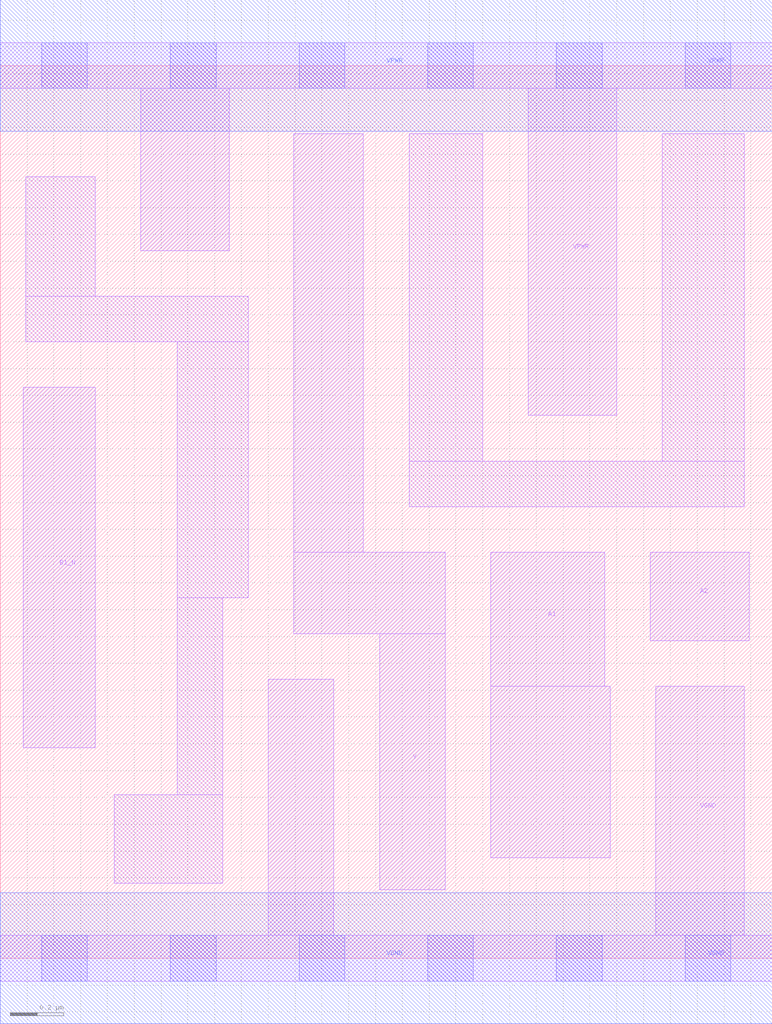
<source format=lef>
# Copyright 2020 The SkyWater PDK Authors
#
# Licensed under the Apache License, Version 2.0 (the "License");
# you may not use this file except in compliance with the License.
# You may obtain a copy of the License at
#
#     https://www.apache.org/licenses/LICENSE-2.0
#
# Unless required by applicable law or agreed to in writing, software
# distributed under the License is distributed on an "AS IS" BASIS,
# WITHOUT WARRANTIES OR CONDITIONS OF ANY KIND, either express or implied.
# See the License for the specific language governing permissions and
# limitations under the License.
#
# SPDX-License-Identifier: Apache-2.0

VERSION 5.7 ;
  NAMESCASESENSITIVE ON ;
  NOWIREEXTENSIONATPIN ON ;
  DIVIDERCHAR "/" ;
  BUSBITCHARS "[]" ;
UNITS
  DATABASE MICRONS 200 ;
END UNITS
MACRO sky130_fd_sc_lp__a21boi_1
  CLASS CORE ;
  SOURCE USER ;
  FOREIGN sky130_fd_sc_lp__a21boi_1 ;
  ORIGIN  0.000000  0.000000 ;
  SIZE  2.880000 BY  3.330000 ;
  SYMMETRY X Y R90 ;
  SITE unit ;
  PIN A1
    ANTENNAGATEAREA  0.315000 ;
    DIRECTION INPUT ;
    USE SIGNAL ;
    PORT
      LAYER li1 ;
        RECT 1.830000 0.375000 2.275000 1.015000 ;
        RECT 1.830000 1.015000 2.255000 1.515000 ;
    END
  END A1
  PIN A2
    ANTENNAGATEAREA  0.315000 ;
    DIRECTION INPUT ;
    USE SIGNAL ;
    PORT
      LAYER li1 ;
        RECT 2.425000 1.185000 2.795000 1.515000 ;
    END
  END A2
  PIN B1_N
    ANTENNAGATEAREA  0.126000 ;
    DIRECTION INPUT ;
    USE SIGNAL ;
    PORT
      LAYER li1 ;
        RECT 0.085000 0.785000 0.355000 2.130000 ;
    END
  END B1_N
  PIN Y
    ANTENNADIFFAREA  0.623700 ;
    DIRECTION OUTPUT ;
    USE SIGNAL ;
    PORT
      LAYER li1 ;
        RECT 1.095000 1.210000 1.660000 1.515000 ;
        RECT 1.095000 1.515000 1.355000 3.075000 ;
        RECT 1.415000 0.255000 1.660000 1.210000 ;
    END
  END Y
  PIN VGND
    DIRECTION INOUT ;
    USE GROUND ;
    PORT
      LAYER li1 ;
        RECT 0.000000 -0.085000 2.880000 0.085000 ;
        RECT 1.000000  0.085000 1.245000 1.040000 ;
        RECT 2.445000  0.085000 2.775000 1.015000 ;
      LAYER mcon ;
        RECT 0.155000 -0.085000 0.325000 0.085000 ;
        RECT 0.635000 -0.085000 0.805000 0.085000 ;
        RECT 1.115000 -0.085000 1.285000 0.085000 ;
        RECT 1.595000 -0.085000 1.765000 0.085000 ;
        RECT 2.075000 -0.085000 2.245000 0.085000 ;
        RECT 2.555000 -0.085000 2.725000 0.085000 ;
      LAYER met1 ;
        RECT 0.000000 -0.245000 2.880000 0.245000 ;
    END
  END VGND
  PIN VPWR
    DIRECTION INOUT ;
    USE POWER ;
    PORT
      LAYER li1 ;
        RECT 0.000000 3.245000 2.880000 3.415000 ;
        RECT 0.525000 2.640000 0.855000 3.245000 ;
        RECT 1.970000 2.025000 2.300000 3.245000 ;
      LAYER mcon ;
        RECT 0.155000 3.245000 0.325000 3.415000 ;
        RECT 0.635000 3.245000 0.805000 3.415000 ;
        RECT 1.115000 3.245000 1.285000 3.415000 ;
        RECT 1.595000 3.245000 1.765000 3.415000 ;
        RECT 2.075000 3.245000 2.245000 3.415000 ;
        RECT 2.555000 3.245000 2.725000 3.415000 ;
      LAYER met1 ;
        RECT 0.000000 3.085000 2.880000 3.575000 ;
    END
  END VPWR
  OBS
    LAYER li1 ;
      RECT 0.095000 2.300000 0.925000 2.470000 ;
      RECT 0.095000 2.470000 0.355000 2.915000 ;
      RECT 0.425000 0.280000 0.830000 0.610000 ;
      RECT 0.660000 0.610000 0.830000 1.345000 ;
      RECT 0.660000 1.345000 0.925000 2.300000 ;
      RECT 1.525000 1.685000 2.775000 1.855000 ;
      RECT 1.525000 1.855000 1.800000 3.075000 ;
      RECT 2.470000 1.855000 2.775000 3.075000 ;
  END
END sky130_fd_sc_lp__a21boi_1

</source>
